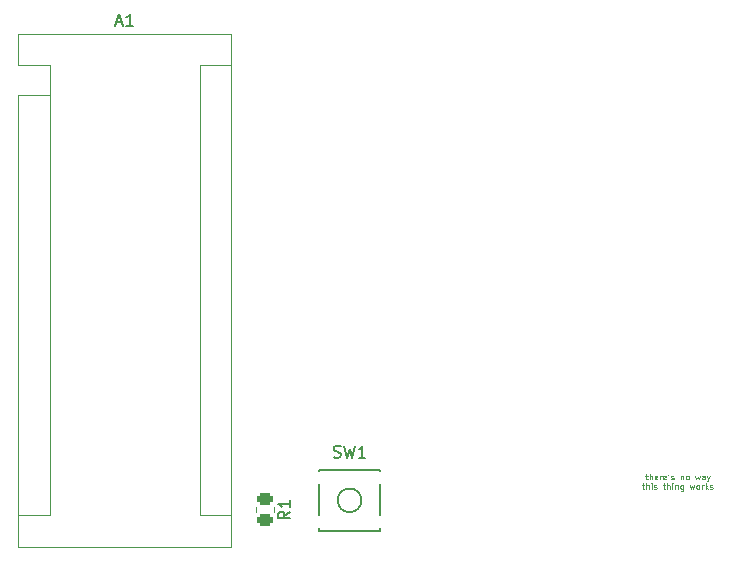
<source format=gto>
G04 #@! TF.GenerationSoftware,KiCad,Pcbnew,(6.0.5)*
G04 #@! TF.CreationDate,2022-09-29T17:00:32+08:00*
G04 #@! TF.ProjectId,4k-keypad-arduino-nano,346b2d6b-6579-4706-9164-2d6172647569,rev?*
G04 #@! TF.SameCoordinates,Original*
G04 #@! TF.FileFunction,Legend,Top*
G04 #@! TF.FilePolarity,Positive*
%FSLAX46Y46*%
G04 Gerber Fmt 4.6, Leading zero omitted, Abs format (unit mm)*
G04 Created by KiCad (PCBNEW (6.0.5)) date 2022-09-29 17:00:32*
%MOMM*%
%LPD*%
G01*
G04 APERTURE LIST*
G04 Aperture macros list*
%AMRoundRect*
0 Rectangle with rounded corners*
0 $1 Rounding radius*
0 $2 $3 $4 $5 $6 $7 $8 $9 X,Y pos of 4 corners*
0 Add a 4 corners polygon primitive as box body*
4,1,4,$2,$3,$4,$5,$6,$7,$8,$9,$2,$3,0*
0 Add four circle primitives for the rounded corners*
1,1,$1+$1,$2,$3*
1,1,$1+$1,$4,$5*
1,1,$1+$1,$6,$7*
1,1,$1+$1,$8,$9*
0 Add four rect primitives between the rounded corners*
20,1,$1+$1,$2,$3,$4,$5,0*
20,1,$1+$1,$4,$5,$6,$7,0*
20,1,$1+$1,$6,$7,$8,$9,0*
20,1,$1+$1,$8,$9,$2,$3,0*%
G04 Aperture macros list end*
%ADD10C,0.125000*%
%ADD11C,0.150000*%
%ADD12C,0.120000*%
%ADD13R,1.600000X1.600000*%
%ADD14O,1.600000X1.600000*%
%ADD15R,1.800000X1.100000*%
%ADD16C,1.200000*%
%ADD17C,1.700000*%
%ADD18C,3.400000*%
%ADD19RoundRect,0.250000X-0.450000X0.262500X-0.450000X-0.262500X0.450000X-0.262500X0.450000X0.262500X0*%
G04 APERTURE END LIST*
D10*
X152836904Y-109027857D02*
X153027380Y-109027857D01*
X152908333Y-108861190D02*
X152908333Y-109289761D01*
X152932142Y-109337380D01*
X152979761Y-109361190D01*
X153027380Y-109361190D01*
X153194047Y-109361190D02*
X153194047Y-108861190D01*
X153408333Y-109361190D02*
X153408333Y-109099285D01*
X153384523Y-109051666D01*
X153336904Y-109027857D01*
X153265476Y-109027857D01*
X153217857Y-109051666D01*
X153194047Y-109075476D01*
X153836904Y-109337380D02*
X153789285Y-109361190D01*
X153694047Y-109361190D01*
X153646428Y-109337380D01*
X153622619Y-109289761D01*
X153622619Y-109099285D01*
X153646428Y-109051666D01*
X153694047Y-109027857D01*
X153789285Y-109027857D01*
X153836904Y-109051666D01*
X153860714Y-109099285D01*
X153860714Y-109146904D01*
X153622619Y-109194523D01*
X154075000Y-109361190D02*
X154075000Y-109027857D01*
X154075000Y-109123095D02*
X154098809Y-109075476D01*
X154122619Y-109051666D01*
X154170238Y-109027857D01*
X154217857Y-109027857D01*
X154575000Y-109337380D02*
X154527380Y-109361190D01*
X154432142Y-109361190D01*
X154384523Y-109337380D01*
X154360714Y-109289761D01*
X154360714Y-109099285D01*
X154384523Y-109051666D01*
X154432142Y-109027857D01*
X154527380Y-109027857D01*
X154575000Y-109051666D01*
X154598809Y-109099285D01*
X154598809Y-109146904D01*
X154360714Y-109194523D01*
X154836904Y-108861190D02*
X154789285Y-108956428D01*
X155027380Y-109337380D02*
X155075000Y-109361190D01*
X155170238Y-109361190D01*
X155217857Y-109337380D01*
X155241666Y-109289761D01*
X155241666Y-109265952D01*
X155217857Y-109218333D01*
X155170238Y-109194523D01*
X155098809Y-109194523D01*
X155051190Y-109170714D01*
X155027380Y-109123095D01*
X155027380Y-109099285D01*
X155051190Y-109051666D01*
X155098809Y-109027857D01*
X155170238Y-109027857D01*
X155217857Y-109051666D01*
X155836904Y-109027857D02*
X155836904Y-109361190D01*
X155836904Y-109075476D02*
X155860714Y-109051666D01*
X155908333Y-109027857D01*
X155979761Y-109027857D01*
X156027380Y-109051666D01*
X156051190Y-109099285D01*
X156051190Y-109361190D01*
X156360714Y-109361190D02*
X156313095Y-109337380D01*
X156289285Y-109313571D01*
X156265476Y-109265952D01*
X156265476Y-109123095D01*
X156289285Y-109075476D01*
X156313095Y-109051666D01*
X156360714Y-109027857D01*
X156432142Y-109027857D01*
X156479761Y-109051666D01*
X156503571Y-109075476D01*
X156527380Y-109123095D01*
X156527380Y-109265952D01*
X156503571Y-109313571D01*
X156479761Y-109337380D01*
X156432142Y-109361190D01*
X156360714Y-109361190D01*
X157075000Y-109027857D02*
X157170238Y-109361190D01*
X157265476Y-109123095D01*
X157360714Y-109361190D01*
X157455952Y-109027857D01*
X157860714Y-109361190D02*
X157860714Y-109099285D01*
X157836904Y-109051666D01*
X157789285Y-109027857D01*
X157694047Y-109027857D01*
X157646428Y-109051666D01*
X157860714Y-109337380D02*
X157813095Y-109361190D01*
X157694047Y-109361190D01*
X157646428Y-109337380D01*
X157622619Y-109289761D01*
X157622619Y-109242142D01*
X157646428Y-109194523D01*
X157694047Y-109170714D01*
X157813095Y-109170714D01*
X157860714Y-109146904D01*
X158051190Y-109027857D02*
X158170238Y-109361190D01*
X158289285Y-109027857D02*
X158170238Y-109361190D01*
X158122619Y-109480238D01*
X158098809Y-109504047D01*
X158051190Y-109527857D01*
X152563095Y-109832857D02*
X152753571Y-109832857D01*
X152634523Y-109666190D02*
X152634523Y-110094761D01*
X152658333Y-110142380D01*
X152705952Y-110166190D01*
X152753571Y-110166190D01*
X152920238Y-110166190D02*
X152920238Y-109666190D01*
X153134523Y-110166190D02*
X153134523Y-109904285D01*
X153110714Y-109856666D01*
X153063095Y-109832857D01*
X152991666Y-109832857D01*
X152944047Y-109856666D01*
X152920238Y-109880476D01*
X153372619Y-110166190D02*
X153372619Y-109832857D01*
X153372619Y-109666190D02*
X153348809Y-109690000D01*
X153372619Y-109713809D01*
X153396428Y-109690000D01*
X153372619Y-109666190D01*
X153372619Y-109713809D01*
X153586904Y-110142380D02*
X153634523Y-110166190D01*
X153729761Y-110166190D01*
X153777380Y-110142380D01*
X153801190Y-110094761D01*
X153801190Y-110070952D01*
X153777380Y-110023333D01*
X153729761Y-109999523D01*
X153658333Y-109999523D01*
X153610714Y-109975714D01*
X153586904Y-109928095D01*
X153586904Y-109904285D01*
X153610714Y-109856666D01*
X153658333Y-109832857D01*
X153729761Y-109832857D01*
X153777380Y-109856666D01*
X154325000Y-109832857D02*
X154515476Y-109832857D01*
X154396428Y-109666190D02*
X154396428Y-110094761D01*
X154420238Y-110142380D01*
X154467857Y-110166190D01*
X154515476Y-110166190D01*
X154682142Y-110166190D02*
X154682142Y-109666190D01*
X154896428Y-110166190D02*
X154896428Y-109904285D01*
X154872619Y-109856666D01*
X154825000Y-109832857D01*
X154753571Y-109832857D01*
X154705952Y-109856666D01*
X154682142Y-109880476D01*
X155134523Y-110166190D02*
X155134523Y-109832857D01*
X155134523Y-109666190D02*
X155110714Y-109690000D01*
X155134523Y-109713809D01*
X155158333Y-109690000D01*
X155134523Y-109666190D01*
X155134523Y-109713809D01*
X155372619Y-109832857D02*
X155372619Y-110166190D01*
X155372619Y-109880476D02*
X155396428Y-109856666D01*
X155444047Y-109832857D01*
X155515476Y-109832857D01*
X155563095Y-109856666D01*
X155586904Y-109904285D01*
X155586904Y-110166190D01*
X156039285Y-109832857D02*
X156039285Y-110237619D01*
X156015476Y-110285238D01*
X155991666Y-110309047D01*
X155944047Y-110332857D01*
X155872619Y-110332857D01*
X155825000Y-110309047D01*
X156039285Y-110142380D02*
X155991666Y-110166190D01*
X155896428Y-110166190D01*
X155848809Y-110142380D01*
X155825000Y-110118571D01*
X155801190Y-110070952D01*
X155801190Y-109928095D01*
X155825000Y-109880476D01*
X155848809Y-109856666D01*
X155896428Y-109832857D01*
X155991666Y-109832857D01*
X156039285Y-109856666D01*
X156610714Y-109832857D02*
X156705952Y-110166190D01*
X156801190Y-109928095D01*
X156896428Y-110166190D01*
X156991666Y-109832857D01*
X157253571Y-110166190D02*
X157205952Y-110142380D01*
X157182142Y-110118571D01*
X157158333Y-110070952D01*
X157158333Y-109928095D01*
X157182142Y-109880476D01*
X157205952Y-109856666D01*
X157253571Y-109832857D01*
X157325000Y-109832857D01*
X157372619Y-109856666D01*
X157396428Y-109880476D01*
X157420238Y-109928095D01*
X157420238Y-110070952D01*
X157396428Y-110118571D01*
X157372619Y-110142380D01*
X157325000Y-110166190D01*
X157253571Y-110166190D01*
X157634523Y-110166190D02*
X157634523Y-109832857D01*
X157634523Y-109928095D02*
X157658333Y-109880476D01*
X157682142Y-109856666D01*
X157729761Y-109832857D01*
X157777380Y-109832857D01*
X157944047Y-110166190D02*
X157944047Y-109666190D01*
X157991666Y-109975714D02*
X158134523Y-110166190D01*
X158134523Y-109832857D02*
X157944047Y-110023333D01*
X158325000Y-110142380D02*
X158372619Y-110166190D01*
X158467857Y-110166190D01*
X158515476Y-110142380D01*
X158539285Y-110094761D01*
X158539285Y-110070952D01*
X158515476Y-110023333D01*
X158467857Y-109999523D01*
X158396428Y-109999523D01*
X158348809Y-109975714D01*
X158325000Y-109928095D01*
X158325000Y-109904285D01*
X158348809Y-109856666D01*
X158396428Y-109832857D01*
X158467857Y-109832857D01*
X158515476Y-109856666D01*
D11*
X108039464Y-70656615D02*
X108515654Y-70656615D01*
X107944226Y-70942329D02*
X108277559Y-69942329D01*
X108610892Y-70942329D01*
X109468035Y-70942329D02*
X108896607Y-70942329D01*
X109182321Y-70942329D02*
X109182321Y-69942329D01*
X109087083Y-70085187D01*
X108991845Y-70180425D01*
X108896607Y-70228044D01*
X126460416Y-107465761D02*
X126603273Y-107513380D01*
X126841369Y-107513380D01*
X126936607Y-107465761D01*
X126984226Y-107418142D01*
X127031845Y-107322904D01*
X127031845Y-107227666D01*
X126984226Y-107132428D01*
X126936607Y-107084809D01*
X126841369Y-107037190D01*
X126650892Y-106989571D01*
X126555654Y-106941952D01*
X126508035Y-106894333D01*
X126460416Y-106799095D01*
X126460416Y-106703857D01*
X126508035Y-106608619D01*
X126555654Y-106561000D01*
X126650892Y-106513380D01*
X126888988Y-106513380D01*
X127031845Y-106561000D01*
X127365178Y-106513380D02*
X127603273Y-107513380D01*
X127793750Y-106799095D01*
X127984226Y-107513380D01*
X128222321Y-106513380D01*
X129127083Y-107513380D02*
X128555654Y-107513380D01*
X128841369Y-107513380D02*
X128841369Y-106513380D01*
X128746130Y-106656238D01*
X128650892Y-106751476D01*
X128555654Y-106799095D01*
X122752380Y-112085416D02*
X122276190Y-112418750D01*
X122752380Y-112656845D02*
X121752380Y-112656845D01*
X121752380Y-112275892D01*
X121800000Y-112180654D01*
X121847619Y-112133035D01*
X121942857Y-112085416D01*
X122085714Y-112085416D01*
X122180952Y-112133035D01*
X122228571Y-112180654D01*
X122276190Y-112275892D01*
X122276190Y-112656845D01*
X122752380Y-111133035D02*
X122752380Y-111704464D01*
X122752380Y-111418750D02*
X121752380Y-111418750D01*
X121895238Y-111513988D01*
X121990476Y-111609226D01*
X122038095Y-111704464D01*
D12*
X102403750Y-74299949D02*
X99733750Y-74299949D01*
X117773750Y-115069949D02*
X117773750Y-71629949D01*
X99733750Y-76839949D02*
X99733750Y-115069949D01*
X102403750Y-112399949D02*
X99733750Y-112399949D01*
X115103750Y-74299949D02*
X115103750Y-112399949D01*
X102403750Y-76839949D02*
X102403750Y-74299949D01*
X115103750Y-112399949D02*
X117773750Y-112399949D01*
X115103750Y-74299949D02*
X117773750Y-74299949D01*
X102403750Y-76839949D02*
X99733750Y-76839949D01*
X117773750Y-71629949D02*
X99733750Y-71629949D01*
X99733750Y-115069949D02*
X117773750Y-115069949D01*
X99733750Y-71629949D02*
X99733750Y-74299949D01*
X102403750Y-76839949D02*
X102403750Y-112399949D01*
D11*
X128793750Y-111125000D02*
G75*
G03*
X128793750Y-111125000I-1000000J0D01*
G01*
X130393750Y-108525000D02*
X130393750Y-113725000D01*
X125193750Y-108525000D02*
X130393750Y-108525000D01*
X125193750Y-113725000D02*
X125193750Y-108525000D01*
X130393750Y-113725000D02*
X125193750Y-113725000D01*
D12*
X121385000Y-111691686D02*
X121385000Y-112145814D01*
X119915000Y-111691686D02*
X119915000Y-112145814D01*
%LPC*%
D13*
X101133750Y-75569949D03*
D14*
X101133750Y-78109949D03*
X101133750Y-80649949D03*
X101133750Y-83189949D03*
X101133750Y-85729949D03*
X101133750Y-88269949D03*
X101133750Y-90809949D03*
X101133750Y-93349949D03*
X101133750Y-95889949D03*
X101133750Y-98429949D03*
X101133750Y-100969949D03*
X101133750Y-103509949D03*
X101133750Y-106049949D03*
X101133750Y-108589949D03*
X101133750Y-111129949D03*
X116373750Y-111129949D03*
X116373750Y-108589949D03*
X116373750Y-106049949D03*
X116373750Y-103509949D03*
X116373750Y-100969949D03*
X116373750Y-98429949D03*
X116373750Y-95889949D03*
X116373750Y-93349949D03*
X116373750Y-90809949D03*
X116373750Y-88269949D03*
X116373750Y-85729949D03*
X116373750Y-83189949D03*
X116373750Y-80649949D03*
X116373750Y-78109949D03*
X116373750Y-75569949D03*
D15*
X124693750Y-109275000D03*
X130893750Y-112975000D03*
X124693750Y-112975000D03*
X130893750Y-109275000D03*
D16*
X134601250Y-94225000D03*
D17*
X123881250Y-98425000D03*
X134881250Y-98425000D03*
D18*
X129381250Y-98425000D03*
X149168750Y-98425000D03*
D17*
X154668750Y-98425000D03*
X143668750Y-98425000D03*
D16*
X154388750Y-94225000D03*
X154445000Y-74350000D03*
D17*
X143725000Y-78550000D03*
X154725000Y-78550000D03*
D18*
X149225000Y-78550000D03*
D16*
X134601250Y-74350000D03*
D17*
X123881250Y-78550000D03*
X134881250Y-78550000D03*
D18*
X129381250Y-78550000D03*
D19*
X120650000Y-111006250D03*
X120650000Y-112831250D03*
M02*

</source>
